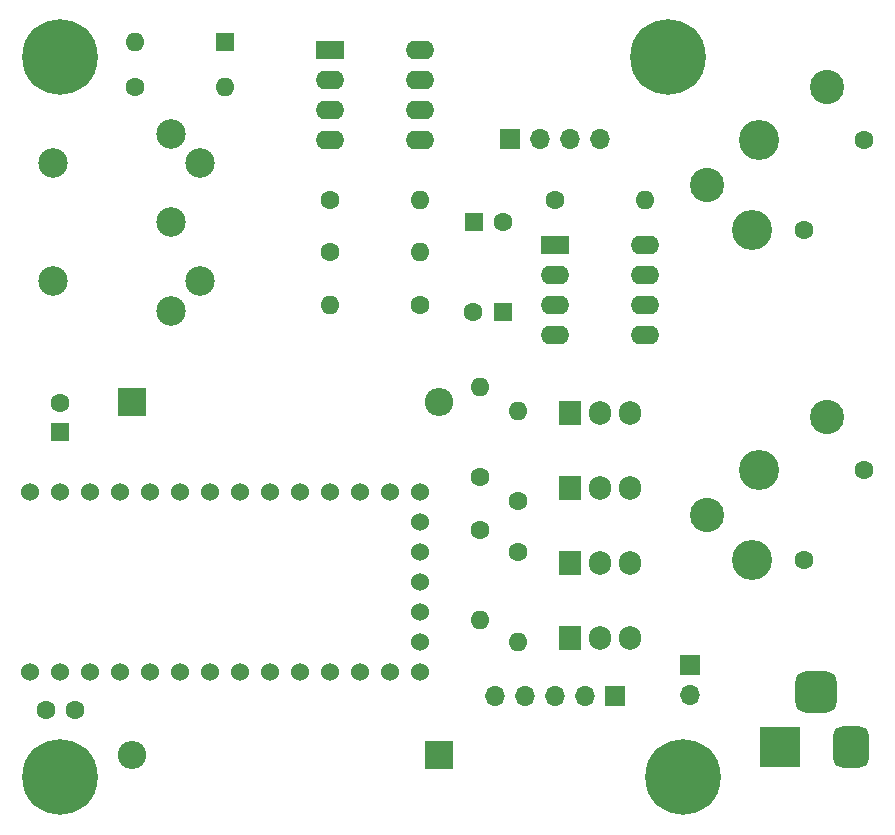
<source format=gbr>
%TF.GenerationSoftware,KiCad,Pcbnew,6.0.4+dfsg-1+b1*%
%TF.CreationDate,2022-05-07T15:52:57-05:00*%
%TF.ProjectId,arduino-midi-argb-dmx,61726475-696e-46f2-9d6d-6964692d6172,rev?*%
%TF.SameCoordinates,Original*%
%TF.FileFunction,Soldermask,Top*%
%TF.FilePolarity,Negative*%
%FSLAX46Y46*%
G04 Gerber Fmt 4.6, Leading zero omitted, Abs format (unit mm)*
G04 Created by KiCad (PCBNEW 6.0.4+dfsg-1+b1) date 2022-05-07 15:52:57*
%MOMM*%
%LPD*%
G01*
G04 APERTURE LIST*
G04 Aperture macros list*
%AMRoundRect*
0 Rectangle with rounded corners*
0 $1 Rounding radius*
0 $2 $3 $4 $5 $6 $7 $8 $9 X,Y pos of 4 corners*
0 Add a 4 corners polygon primitive as box body*
4,1,4,$2,$3,$4,$5,$6,$7,$8,$9,$2,$3,0*
0 Add four circle primitives for the rounded corners*
1,1,$1+$1,$2,$3*
1,1,$1+$1,$4,$5*
1,1,$1+$1,$6,$7*
1,1,$1+$1,$8,$9*
0 Add four rect primitives between the rounded corners*
20,1,$1+$1,$2,$3,$4,$5,0*
20,1,$1+$1,$4,$5,$6,$7,0*
20,1,$1+$1,$6,$7,$8,$9,0*
20,1,$1+$1,$8,$9,$2,$3,0*%
G04 Aperture macros list end*
%ADD10R,1.905000X2.000000*%
%ADD11O,1.905000X2.000000*%
%ADD12R,1.700000X1.700000*%
%ADD13O,1.700000X1.700000*%
%ADD14RoundRect,0.875000X0.875000X0.875000X-0.875000X0.875000X-0.875000X-0.875000X0.875000X-0.875000X0*%
%ADD15RoundRect,0.750000X0.750000X1.000000X-0.750000X1.000000X-0.750000X-1.000000X0.750000X-1.000000X0*%
%ADD16R,3.500000X3.500000*%
%ADD17C,1.600000*%
%ADD18O,1.600000X1.600000*%
%ADD19C,2.900000*%
%ADD20C,3.400000*%
%ADD21C,6.400000*%
%ADD22C,2.500000*%
%ADD23R,2.400000X1.600000*%
%ADD24O,2.400000X1.600000*%
%ADD25O,2.400000X2.400000*%
%ADD26R,2.400000X2.400000*%
%ADD27R,1.600000X1.600000*%
%ADD28C,1.524000*%
G04 APERTURE END LIST*
D10*
%TO.C,Q4*%
X165100000Y-113284000D03*
D11*
X167640000Y-113284000D03*
X170180000Y-113284000D03*
%TD*%
D10*
%TO.C,Q3*%
X165100000Y-106934000D03*
D11*
X167640000Y-106934000D03*
X170180000Y-106934000D03*
%TD*%
D10*
%TO.C,Q2*%
X165100000Y-100584000D03*
D11*
X167640000Y-100584000D03*
X170180000Y-100584000D03*
%TD*%
D10*
%TO.C,Q1*%
X165100000Y-94234000D03*
D11*
X167640000Y-94234000D03*
X170180000Y-94234000D03*
%TD*%
D12*
%TO.C,JP1*%
X175260000Y-115570000D03*
D13*
X175260000Y-118110000D03*
%TD*%
D14*
%TO.C,J5*%
X185880000Y-117855000D03*
D15*
X188880000Y-122555000D03*
D16*
X182880000Y-122555000D03*
%TD*%
D17*
%TO.C,R7*%
X144790000Y-80635000D03*
D18*
X152410000Y-80635000D03*
%TD*%
D17*
%TO.C,R6*%
X144790000Y-76190000D03*
D18*
X152410000Y-76190000D03*
%TD*%
D19*
%TO.C,J2*%
X186840000Y-66680000D03*
X176670000Y-74930000D03*
D20*
X180485000Y-78740000D03*
X181120000Y-71120000D03*
D17*
X184930000Y-78740000D03*
X190010000Y-71120000D03*
%TD*%
%TO.C,R1*%
X157490000Y-99685000D03*
D18*
X157490000Y-92065000D03*
%TD*%
D17*
%TO.C,R2*%
X160665000Y-101717000D03*
D18*
X160665000Y-94097000D03*
%TD*%
D17*
%TO.C,C1*%
X123180000Y-119370000D03*
X120680000Y-119370000D03*
%TD*%
D21*
%TO.C,H3*%
X174625000Y-125085000D03*
%TD*%
%TO.C,H1*%
X121930000Y-64125000D03*
%TD*%
D22*
%TO.C,J1*%
X131280000Y-85595000D03*
X131280000Y-78095000D03*
X131280000Y-70595000D03*
X133780000Y-83095000D03*
X133780000Y-73095000D03*
X121280000Y-73095000D03*
X121280000Y-83095000D03*
%TD*%
D23*
%TO.C,U3*%
X163850000Y-80010000D03*
D24*
X163850000Y-82550000D03*
X163850000Y-85090000D03*
X163850000Y-87630000D03*
X171470000Y-87630000D03*
X171470000Y-85090000D03*
X171470000Y-82550000D03*
X171470000Y-80010000D03*
%TD*%
D17*
%TO.C,R8*%
X152410000Y-85080000D03*
D18*
X144790000Y-85080000D03*
%TD*%
D21*
%TO.C,H2*%
X173355000Y-64125000D03*
%TD*%
D12*
%TO.C,J3*%
X160040000Y-71040000D03*
D13*
X162580000Y-71040000D03*
X165120000Y-71040000D03*
X167660000Y-71040000D03*
%TD*%
D23*
%TO.C,U2*%
X144800000Y-63500000D03*
D24*
X144800000Y-66040000D03*
X144800000Y-68580000D03*
X144800000Y-71120000D03*
X152420000Y-71120000D03*
X152420000Y-68580000D03*
X152420000Y-66040000D03*
X152420000Y-63500000D03*
%TD*%
D17*
%TO.C,R4*%
X160665000Y-106035000D03*
D18*
X160665000Y-113655000D03*
%TD*%
D25*
%TO.C,C4*%
X127970000Y-123180000D03*
D26*
X153970000Y-123180000D03*
%TD*%
%TO.C,C2*%
X127980000Y-93335000D03*
D25*
X153980000Y-93335000D03*
%TD*%
D27*
%TO.C,D1*%
X135900000Y-62855000D03*
D18*
X128280000Y-62855000D03*
%TD*%
D12*
%TO.C,J6*%
X168915000Y-118170000D03*
D13*
X166375000Y-118170000D03*
X163835000Y-118170000D03*
X161295000Y-118170000D03*
X158755000Y-118170000D03*
%TD*%
D17*
%TO.C,R9*%
X163840000Y-76190000D03*
D18*
X171460000Y-76190000D03*
%TD*%
D19*
%TO.C,J4*%
X186840000Y-94620000D03*
X176670000Y-102870000D03*
D20*
X180485000Y-106680000D03*
X181120000Y-99060000D03*
D17*
X184930000Y-106680000D03*
X190010000Y-99060000D03*
%TD*%
D27*
%TO.C,C3*%
X121930000Y-95875000D03*
D17*
X121930000Y-93375000D03*
%TD*%
D21*
%TO.C,H4*%
X121930000Y-125085000D03*
%TD*%
D27*
%TO.C,C6*%
X159395000Y-85715000D03*
D17*
X156895000Y-85715000D03*
%TD*%
%TO.C,R3*%
X157490000Y-104130000D03*
D18*
X157490000Y-111750000D03*
%TD*%
D27*
%TO.C,C5*%
X156919887Y-78095000D03*
D17*
X159419887Y-78095000D03*
%TD*%
%TO.C,R5*%
X128280000Y-66665000D03*
D18*
X135900000Y-66665000D03*
%TD*%
D28*
%TO.C,U1*%
X119390000Y-116195000D03*
X121930000Y-116195000D03*
X124470000Y-116195000D03*
X127010000Y-116195000D03*
X129550000Y-116195000D03*
X132090000Y-116195000D03*
X134630000Y-116195000D03*
X137170000Y-116195000D03*
X139710000Y-116195000D03*
X142250000Y-116195000D03*
X144790000Y-116195000D03*
X147330000Y-116195000D03*
X149870000Y-116195000D03*
X152410000Y-116195000D03*
X152410000Y-113655000D03*
X152410000Y-111115000D03*
X152410000Y-108575000D03*
X152410000Y-106035000D03*
X152410000Y-103495000D03*
X152410000Y-100955000D03*
X149870000Y-100955000D03*
X147330000Y-100955000D03*
X144790000Y-100955000D03*
X142250000Y-100955000D03*
X139710000Y-100955000D03*
X137170000Y-100955000D03*
X134630000Y-100955000D03*
X132090000Y-100955000D03*
X129550000Y-100955000D03*
X127010000Y-100955000D03*
X124470000Y-100955000D03*
X121930000Y-100955000D03*
X119390000Y-100955000D03*
%TD*%
M02*

</source>
